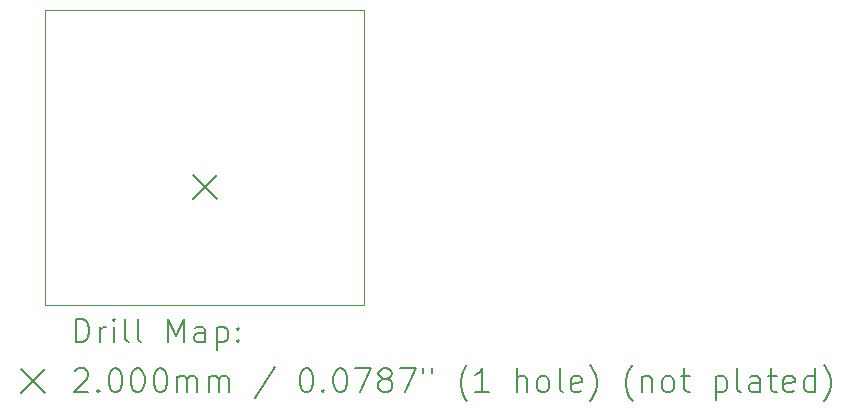
<source format=gbr>
%TF.GenerationSoftware,KiCad,Pcbnew,7.0.10*%
%TF.CreationDate,2024-07-28T21:48:20+02:00*%
%TF.ProjectId,Traffic LED Board,54726166-6669-4632-904c-454420426f61,rev?*%
%TF.SameCoordinates,Original*%
%TF.FileFunction,Drillmap*%
%TF.FilePolarity,Positive*%
%FSLAX45Y45*%
G04 Gerber Fmt 4.5, Leading zero omitted, Abs format (unit mm)*
G04 Created by KiCad (PCBNEW 7.0.10) date 2024-07-28 21:48:20*
%MOMM*%
%LPD*%
G01*
G04 APERTURE LIST*
%ADD10C,0.050000*%
%ADD11C,0.200000*%
G04 APERTURE END LIST*
D10*
X9977400Y-10000000D02*
X12677400Y-10000000D01*
X12677400Y-12500000D01*
X9977400Y-12500000D01*
X9977400Y-10000000D01*
D11*
X11227400Y-11400000D02*
X11427400Y-11600000D01*
X11427400Y-11400000D02*
X11227400Y-11600000D01*
X10235677Y-12813984D02*
X10235677Y-12613984D01*
X10235677Y-12613984D02*
X10283296Y-12613984D01*
X10283296Y-12613984D02*
X10311867Y-12623508D01*
X10311867Y-12623508D02*
X10330915Y-12642555D01*
X10330915Y-12642555D02*
X10340439Y-12661603D01*
X10340439Y-12661603D02*
X10349963Y-12699698D01*
X10349963Y-12699698D02*
X10349963Y-12728269D01*
X10349963Y-12728269D02*
X10340439Y-12766365D01*
X10340439Y-12766365D02*
X10330915Y-12785412D01*
X10330915Y-12785412D02*
X10311867Y-12804460D01*
X10311867Y-12804460D02*
X10283296Y-12813984D01*
X10283296Y-12813984D02*
X10235677Y-12813984D01*
X10435677Y-12813984D02*
X10435677Y-12680650D01*
X10435677Y-12718746D02*
X10445201Y-12699698D01*
X10445201Y-12699698D02*
X10454724Y-12690174D01*
X10454724Y-12690174D02*
X10473772Y-12680650D01*
X10473772Y-12680650D02*
X10492820Y-12680650D01*
X10559486Y-12813984D02*
X10559486Y-12680650D01*
X10559486Y-12613984D02*
X10549963Y-12623508D01*
X10549963Y-12623508D02*
X10559486Y-12633031D01*
X10559486Y-12633031D02*
X10569010Y-12623508D01*
X10569010Y-12623508D02*
X10559486Y-12613984D01*
X10559486Y-12613984D02*
X10559486Y-12633031D01*
X10683296Y-12813984D02*
X10664248Y-12804460D01*
X10664248Y-12804460D02*
X10654724Y-12785412D01*
X10654724Y-12785412D02*
X10654724Y-12613984D01*
X10788058Y-12813984D02*
X10769010Y-12804460D01*
X10769010Y-12804460D02*
X10759486Y-12785412D01*
X10759486Y-12785412D02*
X10759486Y-12613984D01*
X11016629Y-12813984D02*
X11016629Y-12613984D01*
X11016629Y-12613984D02*
X11083296Y-12756841D01*
X11083296Y-12756841D02*
X11149963Y-12613984D01*
X11149963Y-12613984D02*
X11149963Y-12813984D01*
X11330915Y-12813984D02*
X11330915Y-12709222D01*
X11330915Y-12709222D02*
X11321391Y-12690174D01*
X11321391Y-12690174D02*
X11302343Y-12680650D01*
X11302343Y-12680650D02*
X11264248Y-12680650D01*
X11264248Y-12680650D02*
X11245201Y-12690174D01*
X11330915Y-12804460D02*
X11311867Y-12813984D01*
X11311867Y-12813984D02*
X11264248Y-12813984D01*
X11264248Y-12813984D02*
X11245201Y-12804460D01*
X11245201Y-12804460D02*
X11235677Y-12785412D01*
X11235677Y-12785412D02*
X11235677Y-12766365D01*
X11235677Y-12766365D02*
X11245201Y-12747317D01*
X11245201Y-12747317D02*
X11264248Y-12737793D01*
X11264248Y-12737793D02*
X11311867Y-12737793D01*
X11311867Y-12737793D02*
X11330915Y-12728269D01*
X11426153Y-12680650D02*
X11426153Y-12880650D01*
X11426153Y-12690174D02*
X11445201Y-12680650D01*
X11445201Y-12680650D02*
X11483296Y-12680650D01*
X11483296Y-12680650D02*
X11502343Y-12690174D01*
X11502343Y-12690174D02*
X11511867Y-12699698D01*
X11511867Y-12699698D02*
X11521391Y-12718746D01*
X11521391Y-12718746D02*
X11521391Y-12775888D01*
X11521391Y-12775888D02*
X11511867Y-12794936D01*
X11511867Y-12794936D02*
X11502343Y-12804460D01*
X11502343Y-12804460D02*
X11483296Y-12813984D01*
X11483296Y-12813984D02*
X11445201Y-12813984D01*
X11445201Y-12813984D02*
X11426153Y-12804460D01*
X11607105Y-12794936D02*
X11616629Y-12804460D01*
X11616629Y-12804460D02*
X11607105Y-12813984D01*
X11607105Y-12813984D02*
X11597582Y-12804460D01*
X11597582Y-12804460D02*
X11607105Y-12794936D01*
X11607105Y-12794936D02*
X11607105Y-12813984D01*
X11607105Y-12690174D02*
X11616629Y-12699698D01*
X11616629Y-12699698D02*
X11607105Y-12709222D01*
X11607105Y-12709222D02*
X11597582Y-12699698D01*
X11597582Y-12699698D02*
X11607105Y-12690174D01*
X11607105Y-12690174D02*
X11607105Y-12709222D01*
X9774900Y-13042500D02*
X9974900Y-13242500D01*
X9974900Y-13042500D02*
X9774900Y-13242500D01*
X10226153Y-13053031D02*
X10235677Y-13043508D01*
X10235677Y-13043508D02*
X10254724Y-13033984D01*
X10254724Y-13033984D02*
X10302344Y-13033984D01*
X10302344Y-13033984D02*
X10321391Y-13043508D01*
X10321391Y-13043508D02*
X10330915Y-13053031D01*
X10330915Y-13053031D02*
X10340439Y-13072079D01*
X10340439Y-13072079D02*
X10340439Y-13091127D01*
X10340439Y-13091127D02*
X10330915Y-13119698D01*
X10330915Y-13119698D02*
X10216629Y-13233984D01*
X10216629Y-13233984D02*
X10340439Y-13233984D01*
X10426153Y-13214936D02*
X10435677Y-13224460D01*
X10435677Y-13224460D02*
X10426153Y-13233984D01*
X10426153Y-13233984D02*
X10416629Y-13224460D01*
X10416629Y-13224460D02*
X10426153Y-13214936D01*
X10426153Y-13214936D02*
X10426153Y-13233984D01*
X10559486Y-13033984D02*
X10578534Y-13033984D01*
X10578534Y-13033984D02*
X10597582Y-13043508D01*
X10597582Y-13043508D02*
X10607105Y-13053031D01*
X10607105Y-13053031D02*
X10616629Y-13072079D01*
X10616629Y-13072079D02*
X10626153Y-13110174D01*
X10626153Y-13110174D02*
X10626153Y-13157793D01*
X10626153Y-13157793D02*
X10616629Y-13195888D01*
X10616629Y-13195888D02*
X10607105Y-13214936D01*
X10607105Y-13214936D02*
X10597582Y-13224460D01*
X10597582Y-13224460D02*
X10578534Y-13233984D01*
X10578534Y-13233984D02*
X10559486Y-13233984D01*
X10559486Y-13233984D02*
X10540439Y-13224460D01*
X10540439Y-13224460D02*
X10530915Y-13214936D01*
X10530915Y-13214936D02*
X10521391Y-13195888D01*
X10521391Y-13195888D02*
X10511867Y-13157793D01*
X10511867Y-13157793D02*
X10511867Y-13110174D01*
X10511867Y-13110174D02*
X10521391Y-13072079D01*
X10521391Y-13072079D02*
X10530915Y-13053031D01*
X10530915Y-13053031D02*
X10540439Y-13043508D01*
X10540439Y-13043508D02*
X10559486Y-13033984D01*
X10749963Y-13033984D02*
X10769010Y-13033984D01*
X10769010Y-13033984D02*
X10788058Y-13043508D01*
X10788058Y-13043508D02*
X10797582Y-13053031D01*
X10797582Y-13053031D02*
X10807105Y-13072079D01*
X10807105Y-13072079D02*
X10816629Y-13110174D01*
X10816629Y-13110174D02*
X10816629Y-13157793D01*
X10816629Y-13157793D02*
X10807105Y-13195888D01*
X10807105Y-13195888D02*
X10797582Y-13214936D01*
X10797582Y-13214936D02*
X10788058Y-13224460D01*
X10788058Y-13224460D02*
X10769010Y-13233984D01*
X10769010Y-13233984D02*
X10749963Y-13233984D01*
X10749963Y-13233984D02*
X10730915Y-13224460D01*
X10730915Y-13224460D02*
X10721391Y-13214936D01*
X10721391Y-13214936D02*
X10711867Y-13195888D01*
X10711867Y-13195888D02*
X10702344Y-13157793D01*
X10702344Y-13157793D02*
X10702344Y-13110174D01*
X10702344Y-13110174D02*
X10711867Y-13072079D01*
X10711867Y-13072079D02*
X10721391Y-13053031D01*
X10721391Y-13053031D02*
X10730915Y-13043508D01*
X10730915Y-13043508D02*
X10749963Y-13033984D01*
X10940439Y-13033984D02*
X10959486Y-13033984D01*
X10959486Y-13033984D02*
X10978534Y-13043508D01*
X10978534Y-13043508D02*
X10988058Y-13053031D01*
X10988058Y-13053031D02*
X10997582Y-13072079D01*
X10997582Y-13072079D02*
X11007105Y-13110174D01*
X11007105Y-13110174D02*
X11007105Y-13157793D01*
X11007105Y-13157793D02*
X10997582Y-13195888D01*
X10997582Y-13195888D02*
X10988058Y-13214936D01*
X10988058Y-13214936D02*
X10978534Y-13224460D01*
X10978534Y-13224460D02*
X10959486Y-13233984D01*
X10959486Y-13233984D02*
X10940439Y-13233984D01*
X10940439Y-13233984D02*
X10921391Y-13224460D01*
X10921391Y-13224460D02*
X10911867Y-13214936D01*
X10911867Y-13214936D02*
X10902344Y-13195888D01*
X10902344Y-13195888D02*
X10892820Y-13157793D01*
X10892820Y-13157793D02*
X10892820Y-13110174D01*
X10892820Y-13110174D02*
X10902344Y-13072079D01*
X10902344Y-13072079D02*
X10911867Y-13053031D01*
X10911867Y-13053031D02*
X10921391Y-13043508D01*
X10921391Y-13043508D02*
X10940439Y-13033984D01*
X11092820Y-13233984D02*
X11092820Y-13100650D01*
X11092820Y-13119698D02*
X11102344Y-13110174D01*
X11102344Y-13110174D02*
X11121391Y-13100650D01*
X11121391Y-13100650D02*
X11149963Y-13100650D01*
X11149963Y-13100650D02*
X11169010Y-13110174D01*
X11169010Y-13110174D02*
X11178534Y-13129222D01*
X11178534Y-13129222D02*
X11178534Y-13233984D01*
X11178534Y-13129222D02*
X11188058Y-13110174D01*
X11188058Y-13110174D02*
X11207105Y-13100650D01*
X11207105Y-13100650D02*
X11235677Y-13100650D01*
X11235677Y-13100650D02*
X11254724Y-13110174D01*
X11254724Y-13110174D02*
X11264248Y-13129222D01*
X11264248Y-13129222D02*
X11264248Y-13233984D01*
X11359486Y-13233984D02*
X11359486Y-13100650D01*
X11359486Y-13119698D02*
X11369010Y-13110174D01*
X11369010Y-13110174D02*
X11388058Y-13100650D01*
X11388058Y-13100650D02*
X11416629Y-13100650D01*
X11416629Y-13100650D02*
X11435677Y-13110174D01*
X11435677Y-13110174D02*
X11445201Y-13129222D01*
X11445201Y-13129222D02*
X11445201Y-13233984D01*
X11445201Y-13129222D02*
X11454724Y-13110174D01*
X11454724Y-13110174D02*
X11473772Y-13100650D01*
X11473772Y-13100650D02*
X11502343Y-13100650D01*
X11502343Y-13100650D02*
X11521391Y-13110174D01*
X11521391Y-13110174D02*
X11530915Y-13129222D01*
X11530915Y-13129222D02*
X11530915Y-13233984D01*
X11921391Y-13024460D02*
X11749963Y-13281603D01*
X12178534Y-13033984D02*
X12197582Y-13033984D01*
X12197582Y-13033984D02*
X12216629Y-13043508D01*
X12216629Y-13043508D02*
X12226153Y-13053031D01*
X12226153Y-13053031D02*
X12235677Y-13072079D01*
X12235677Y-13072079D02*
X12245201Y-13110174D01*
X12245201Y-13110174D02*
X12245201Y-13157793D01*
X12245201Y-13157793D02*
X12235677Y-13195888D01*
X12235677Y-13195888D02*
X12226153Y-13214936D01*
X12226153Y-13214936D02*
X12216629Y-13224460D01*
X12216629Y-13224460D02*
X12197582Y-13233984D01*
X12197582Y-13233984D02*
X12178534Y-13233984D01*
X12178534Y-13233984D02*
X12159486Y-13224460D01*
X12159486Y-13224460D02*
X12149963Y-13214936D01*
X12149963Y-13214936D02*
X12140439Y-13195888D01*
X12140439Y-13195888D02*
X12130915Y-13157793D01*
X12130915Y-13157793D02*
X12130915Y-13110174D01*
X12130915Y-13110174D02*
X12140439Y-13072079D01*
X12140439Y-13072079D02*
X12149963Y-13053031D01*
X12149963Y-13053031D02*
X12159486Y-13043508D01*
X12159486Y-13043508D02*
X12178534Y-13033984D01*
X12330915Y-13214936D02*
X12340439Y-13224460D01*
X12340439Y-13224460D02*
X12330915Y-13233984D01*
X12330915Y-13233984D02*
X12321391Y-13224460D01*
X12321391Y-13224460D02*
X12330915Y-13214936D01*
X12330915Y-13214936D02*
X12330915Y-13233984D01*
X12464248Y-13033984D02*
X12483296Y-13033984D01*
X12483296Y-13033984D02*
X12502344Y-13043508D01*
X12502344Y-13043508D02*
X12511867Y-13053031D01*
X12511867Y-13053031D02*
X12521391Y-13072079D01*
X12521391Y-13072079D02*
X12530915Y-13110174D01*
X12530915Y-13110174D02*
X12530915Y-13157793D01*
X12530915Y-13157793D02*
X12521391Y-13195888D01*
X12521391Y-13195888D02*
X12511867Y-13214936D01*
X12511867Y-13214936D02*
X12502344Y-13224460D01*
X12502344Y-13224460D02*
X12483296Y-13233984D01*
X12483296Y-13233984D02*
X12464248Y-13233984D01*
X12464248Y-13233984D02*
X12445201Y-13224460D01*
X12445201Y-13224460D02*
X12435677Y-13214936D01*
X12435677Y-13214936D02*
X12426153Y-13195888D01*
X12426153Y-13195888D02*
X12416629Y-13157793D01*
X12416629Y-13157793D02*
X12416629Y-13110174D01*
X12416629Y-13110174D02*
X12426153Y-13072079D01*
X12426153Y-13072079D02*
X12435677Y-13053031D01*
X12435677Y-13053031D02*
X12445201Y-13043508D01*
X12445201Y-13043508D02*
X12464248Y-13033984D01*
X12597582Y-13033984D02*
X12730915Y-13033984D01*
X12730915Y-13033984D02*
X12645201Y-13233984D01*
X12835677Y-13119698D02*
X12816629Y-13110174D01*
X12816629Y-13110174D02*
X12807106Y-13100650D01*
X12807106Y-13100650D02*
X12797582Y-13081603D01*
X12797582Y-13081603D02*
X12797582Y-13072079D01*
X12797582Y-13072079D02*
X12807106Y-13053031D01*
X12807106Y-13053031D02*
X12816629Y-13043508D01*
X12816629Y-13043508D02*
X12835677Y-13033984D01*
X12835677Y-13033984D02*
X12873772Y-13033984D01*
X12873772Y-13033984D02*
X12892820Y-13043508D01*
X12892820Y-13043508D02*
X12902344Y-13053031D01*
X12902344Y-13053031D02*
X12911867Y-13072079D01*
X12911867Y-13072079D02*
X12911867Y-13081603D01*
X12911867Y-13081603D02*
X12902344Y-13100650D01*
X12902344Y-13100650D02*
X12892820Y-13110174D01*
X12892820Y-13110174D02*
X12873772Y-13119698D01*
X12873772Y-13119698D02*
X12835677Y-13119698D01*
X12835677Y-13119698D02*
X12816629Y-13129222D01*
X12816629Y-13129222D02*
X12807106Y-13138746D01*
X12807106Y-13138746D02*
X12797582Y-13157793D01*
X12797582Y-13157793D02*
X12797582Y-13195888D01*
X12797582Y-13195888D02*
X12807106Y-13214936D01*
X12807106Y-13214936D02*
X12816629Y-13224460D01*
X12816629Y-13224460D02*
X12835677Y-13233984D01*
X12835677Y-13233984D02*
X12873772Y-13233984D01*
X12873772Y-13233984D02*
X12892820Y-13224460D01*
X12892820Y-13224460D02*
X12902344Y-13214936D01*
X12902344Y-13214936D02*
X12911867Y-13195888D01*
X12911867Y-13195888D02*
X12911867Y-13157793D01*
X12911867Y-13157793D02*
X12902344Y-13138746D01*
X12902344Y-13138746D02*
X12892820Y-13129222D01*
X12892820Y-13129222D02*
X12873772Y-13119698D01*
X12978534Y-13033984D02*
X13111867Y-13033984D01*
X13111867Y-13033984D02*
X13026153Y-13233984D01*
X13178534Y-13033984D02*
X13178534Y-13072079D01*
X13254725Y-13033984D02*
X13254725Y-13072079D01*
X13549963Y-13310174D02*
X13540439Y-13300650D01*
X13540439Y-13300650D02*
X13521391Y-13272079D01*
X13521391Y-13272079D02*
X13511868Y-13253031D01*
X13511868Y-13253031D02*
X13502344Y-13224460D01*
X13502344Y-13224460D02*
X13492820Y-13176841D01*
X13492820Y-13176841D02*
X13492820Y-13138746D01*
X13492820Y-13138746D02*
X13502344Y-13091127D01*
X13502344Y-13091127D02*
X13511868Y-13062555D01*
X13511868Y-13062555D02*
X13521391Y-13043508D01*
X13521391Y-13043508D02*
X13540439Y-13014936D01*
X13540439Y-13014936D02*
X13549963Y-13005412D01*
X13730915Y-13233984D02*
X13616629Y-13233984D01*
X13673772Y-13233984D02*
X13673772Y-13033984D01*
X13673772Y-13033984D02*
X13654725Y-13062555D01*
X13654725Y-13062555D02*
X13635677Y-13081603D01*
X13635677Y-13081603D02*
X13616629Y-13091127D01*
X13969010Y-13233984D02*
X13969010Y-13033984D01*
X14054725Y-13233984D02*
X14054725Y-13129222D01*
X14054725Y-13129222D02*
X14045201Y-13110174D01*
X14045201Y-13110174D02*
X14026153Y-13100650D01*
X14026153Y-13100650D02*
X13997582Y-13100650D01*
X13997582Y-13100650D02*
X13978534Y-13110174D01*
X13978534Y-13110174D02*
X13969010Y-13119698D01*
X14178534Y-13233984D02*
X14159487Y-13224460D01*
X14159487Y-13224460D02*
X14149963Y-13214936D01*
X14149963Y-13214936D02*
X14140439Y-13195888D01*
X14140439Y-13195888D02*
X14140439Y-13138746D01*
X14140439Y-13138746D02*
X14149963Y-13119698D01*
X14149963Y-13119698D02*
X14159487Y-13110174D01*
X14159487Y-13110174D02*
X14178534Y-13100650D01*
X14178534Y-13100650D02*
X14207106Y-13100650D01*
X14207106Y-13100650D02*
X14226153Y-13110174D01*
X14226153Y-13110174D02*
X14235677Y-13119698D01*
X14235677Y-13119698D02*
X14245201Y-13138746D01*
X14245201Y-13138746D02*
X14245201Y-13195888D01*
X14245201Y-13195888D02*
X14235677Y-13214936D01*
X14235677Y-13214936D02*
X14226153Y-13224460D01*
X14226153Y-13224460D02*
X14207106Y-13233984D01*
X14207106Y-13233984D02*
X14178534Y-13233984D01*
X14359487Y-13233984D02*
X14340439Y-13224460D01*
X14340439Y-13224460D02*
X14330915Y-13205412D01*
X14330915Y-13205412D02*
X14330915Y-13033984D01*
X14511868Y-13224460D02*
X14492820Y-13233984D01*
X14492820Y-13233984D02*
X14454725Y-13233984D01*
X14454725Y-13233984D02*
X14435677Y-13224460D01*
X14435677Y-13224460D02*
X14426153Y-13205412D01*
X14426153Y-13205412D02*
X14426153Y-13129222D01*
X14426153Y-13129222D02*
X14435677Y-13110174D01*
X14435677Y-13110174D02*
X14454725Y-13100650D01*
X14454725Y-13100650D02*
X14492820Y-13100650D01*
X14492820Y-13100650D02*
X14511868Y-13110174D01*
X14511868Y-13110174D02*
X14521391Y-13129222D01*
X14521391Y-13129222D02*
X14521391Y-13148269D01*
X14521391Y-13148269D02*
X14426153Y-13167317D01*
X14588058Y-13310174D02*
X14597582Y-13300650D01*
X14597582Y-13300650D02*
X14616630Y-13272079D01*
X14616630Y-13272079D02*
X14626153Y-13253031D01*
X14626153Y-13253031D02*
X14635677Y-13224460D01*
X14635677Y-13224460D02*
X14645201Y-13176841D01*
X14645201Y-13176841D02*
X14645201Y-13138746D01*
X14645201Y-13138746D02*
X14635677Y-13091127D01*
X14635677Y-13091127D02*
X14626153Y-13062555D01*
X14626153Y-13062555D02*
X14616630Y-13043508D01*
X14616630Y-13043508D02*
X14597582Y-13014936D01*
X14597582Y-13014936D02*
X14588058Y-13005412D01*
X14949963Y-13310174D02*
X14940439Y-13300650D01*
X14940439Y-13300650D02*
X14921391Y-13272079D01*
X14921391Y-13272079D02*
X14911868Y-13253031D01*
X14911868Y-13253031D02*
X14902344Y-13224460D01*
X14902344Y-13224460D02*
X14892820Y-13176841D01*
X14892820Y-13176841D02*
X14892820Y-13138746D01*
X14892820Y-13138746D02*
X14902344Y-13091127D01*
X14902344Y-13091127D02*
X14911868Y-13062555D01*
X14911868Y-13062555D02*
X14921391Y-13043508D01*
X14921391Y-13043508D02*
X14940439Y-13014936D01*
X14940439Y-13014936D02*
X14949963Y-13005412D01*
X15026153Y-13100650D02*
X15026153Y-13233984D01*
X15026153Y-13119698D02*
X15035677Y-13110174D01*
X15035677Y-13110174D02*
X15054725Y-13100650D01*
X15054725Y-13100650D02*
X15083296Y-13100650D01*
X15083296Y-13100650D02*
X15102344Y-13110174D01*
X15102344Y-13110174D02*
X15111868Y-13129222D01*
X15111868Y-13129222D02*
X15111868Y-13233984D01*
X15235677Y-13233984D02*
X15216630Y-13224460D01*
X15216630Y-13224460D02*
X15207106Y-13214936D01*
X15207106Y-13214936D02*
X15197582Y-13195888D01*
X15197582Y-13195888D02*
X15197582Y-13138746D01*
X15197582Y-13138746D02*
X15207106Y-13119698D01*
X15207106Y-13119698D02*
X15216630Y-13110174D01*
X15216630Y-13110174D02*
X15235677Y-13100650D01*
X15235677Y-13100650D02*
X15264249Y-13100650D01*
X15264249Y-13100650D02*
X15283296Y-13110174D01*
X15283296Y-13110174D02*
X15292820Y-13119698D01*
X15292820Y-13119698D02*
X15302344Y-13138746D01*
X15302344Y-13138746D02*
X15302344Y-13195888D01*
X15302344Y-13195888D02*
X15292820Y-13214936D01*
X15292820Y-13214936D02*
X15283296Y-13224460D01*
X15283296Y-13224460D02*
X15264249Y-13233984D01*
X15264249Y-13233984D02*
X15235677Y-13233984D01*
X15359487Y-13100650D02*
X15435677Y-13100650D01*
X15388058Y-13033984D02*
X15388058Y-13205412D01*
X15388058Y-13205412D02*
X15397582Y-13224460D01*
X15397582Y-13224460D02*
X15416630Y-13233984D01*
X15416630Y-13233984D02*
X15435677Y-13233984D01*
X15654725Y-13100650D02*
X15654725Y-13300650D01*
X15654725Y-13110174D02*
X15673772Y-13100650D01*
X15673772Y-13100650D02*
X15711868Y-13100650D01*
X15711868Y-13100650D02*
X15730915Y-13110174D01*
X15730915Y-13110174D02*
X15740439Y-13119698D01*
X15740439Y-13119698D02*
X15749963Y-13138746D01*
X15749963Y-13138746D02*
X15749963Y-13195888D01*
X15749963Y-13195888D02*
X15740439Y-13214936D01*
X15740439Y-13214936D02*
X15730915Y-13224460D01*
X15730915Y-13224460D02*
X15711868Y-13233984D01*
X15711868Y-13233984D02*
X15673772Y-13233984D01*
X15673772Y-13233984D02*
X15654725Y-13224460D01*
X15864249Y-13233984D02*
X15845201Y-13224460D01*
X15845201Y-13224460D02*
X15835677Y-13205412D01*
X15835677Y-13205412D02*
X15835677Y-13033984D01*
X16026153Y-13233984D02*
X16026153Y-13129222D01*
X16026153Y-13129222D02*
X16016630Y-13110174D01*
X16016630Y-13110174D02*
X15997582Y-13100650D01*
X15997582Y-13100650D02*
X15959487Y-13100650D01*
X15959487Y-13100650D02*
X15940439Y-13110174D01*
X16026153Y-13224460D02*
X16007106Y-13233984D01*
X16007106Y-13233984D02*
X15959487Y-13233984D01*
X15959487Y-13233984D02*
X15940439Y-13224460D01*
X15940439Y-13224460D02*
X15930915Y-13205412D01*
X15930915Y-13205412D02*
X15930915Y-13186365D01*
X15930915Y-13186365D02*
X15940439Y-13167317D01*
X15940439Y-13167317D02*
X15959487Y-13157793D01*
X15959487Y-13157793D02*
X16007106Y-13157793D01*
X16007106Y-13157793D02*
X16026153Y-13148269D01*
X16092820Y-13100650D02*
X16169011Y-13100650D01*
X16121392Y-13033984D02*
X16121392Y-13205412D01*
X16121392Y-13205412D02*
X16130915Y-13224460D01*
X16130915Y-13224460D02*
X16149963Y-13233984D01*
X16149963Y-13233984D02*
X16169011Y-13233984D01*
X16311868Y-13224460D02*
X16292820Y-13233984D01*
X16292820Y-13233984D02*
X16254725Y-13233984D01*
X16254725Y-13233984D02*
X16235677Y-13224460D01*
X16235677Y-13224460D02*
X16226153Y-13205412D01*
X16226153Y-13205412D02*
X16226153Y-13129222D01*
X16226153Y-13129222D02*
X16235677Y-13110174D01*
X16235677Y-13110174D02*
X16254725Y-13100650D01*
X16254725Y-13100650D02*
X16292820Y-13100650D01*
X16292820Y-13100650D02*
X16311868Y-13110174D01*
X16311868Y-13110174D02*
X16321392Y-13129222D01*
X16321392Y-13129222D02*
X16321392Y-13148269D01*
X16321392Y-13148269D02*
X16226153Y-13167317D01*
X16492820Y-13233984D02*
X16492820Y-13033984D01*
X16492820Y-13224460D02*
X16473773Y-13233984D01*
X16473773Y-13233984D02*
X16435677Y-13233984D01*
X16435677Y-13233984D02*
X16416630Y-13224460D01*
X16416630Y-13224460D02*
X16407106Y-13214936D01*
X16407106Y-13214936D02*
X16397582Y-13195888D01*
X16397582Y-13195888D02*
X16397582Y-13138746D01*
X16397582Y-13138746D02*
X16407106Y-13119698D01*
X16407106Y-13119698D02*
X16416630Y-13110174D01*
X16416630Y-13110174D02*
X16435677Y-13100650D01*
X16435677Y-13100650D02*
X16473773Y-13100650D01*
X16473773Y-13100650D02*
X16492820Y-13110174D01*
X16569011Y-13310174D02*
X16578534Y-13300650D01*
X16578534Y-13300650D02*
X16597582Y-13272079D01*
X16597582Y-13272079D02*
X16607106Y-13253031D01*
X16607106Y-13253031D02*
X16616630Y-13224460D01*
X16616630Y-13224460D02*
X16626153Y-13176841D01*
X16626153Y-13176841D02*
X16626153Y-13138746D01*
X16626153Y-13138746D02*
X16616630Y-13091127D01*
X16616630Y-13091127D02*
X16607106Y-13062555D01*
X16607106Y-13062555D02*
X16597582Y-13043508D01*
X16597582Y-13043508D02*
X16578534Y-13014936D01*
X16578534Y-13014936D02*
X16569011Y-13005412D01*
M02*

</source>
